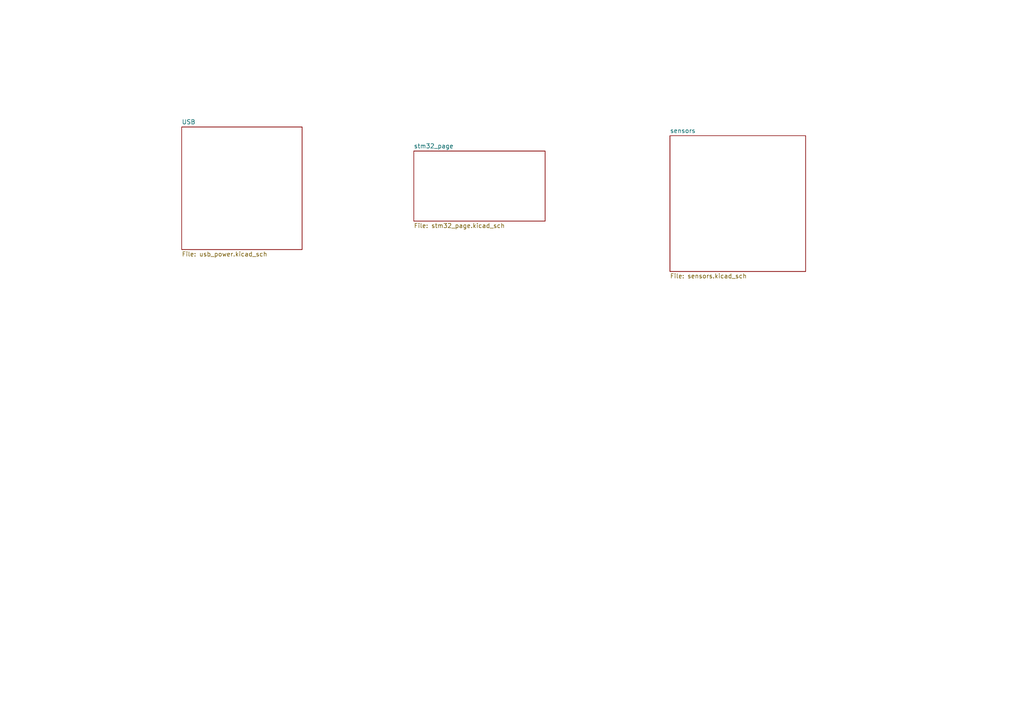
<source format=kicad_sch>
(kicad_sch
	(version 20250114)
	(generator "eeschema")
	(generator_version "9.0")
	(uuid "6657db5f-e034-448d-bae3-f44b9f033a3a")
	(paper "A4")
	(lib_symbols)
	(sheet
		(at 194.31 39.37)
		(size 39.37 39.37)
		(exclude_from_sim no)
		(in_bom yes)
		(on_board yes)
		(dnp no)
		(fields_autoplaced yes)
		(stroke
			(width 0.1524)
			(type solid)
		)
		(fill
			(color 0 0 0 0.0000)
		)
		(uuid "11458ec3-e8ed-4a92-914f-257f2d6c1b04")
		(property "Sheetname" "sensors"
			(at 194.31 38.6584 0)
			(effects
				(font
					(size 1.27 1.27)
				)
				(justify left bottom)
			)
		)
		(property "Sheetfile" "sensors.kicad_sch"
			(at 194.31 79.3246 0)
			(effects
				(font
					(size 1.27 1.27)
				)
				(justify left top)
			)
		)
		(instances
			(project "stm32"
				(path "/6657db5f-e034-448d-bae3-f44b9f033a3a"
					(page "4")
				)
			)
		)
	)
	(sheet
		(at 52.705 36.83)
		(size 34.925 35.56)
		(exclude_from_sim no)
		(in_bom yes)
		(on_board yes)
		(dnp no)
		(fields_autoplaced yes)
		(stroke
			(width 0.1524)
			(type solid)
		)
		(fill
			(color 0 0 0 0.0000)
		)
		(uuid "6f1f01ea-fc88-494c-8e17-b18350ce0e3a")
		(property "Sheetname" "USB"
			(at 52.705 36.1184 0)
			(effects
				(font
					(size 1.27 1.27)
				)
				(justify left bottom)
			)
		)
		(property "Sheetfile" "usb_power.kicad_sch"
			(at 52.705 72.9746 0)
			(effects
				(font
					(size 1.27 1.27)
				)
				(justify left top)
			)
		)
		(instances
			(project "stm32"
				(path "/6657db5f-e034-448d-bae3-f44b9f033a3a"
					(page "2")
				)
			)
		)
	)
	(sheet
		(at 120.015 43.815)
		(size 38.1 20.32)
		(exclude_from_sim no)
		(in_bom yes)
		(on_board yes)
		(dnp no)
		(fields_autoplaced yes)
		(stroke
			(width 0.1524)
			(type solid)
		)
		(fill
			(color 0 0 0 0.0000)
		)
		(uuid "8c3def2f-5472-4ea2-874f-344fbccc06d4")
		(property "Sheetname" "stm32_page"
			(at 120.015 43.1034 0)
			(effects
				(font
					(size 1.27 1.27)
				)
				(justify left bottom)
			)
		)
		(property "Sheetfile" "stm32_page.kicad_sch"
			(at 120.015 64.7196 0)
			(effects
				(font
					(size 1.27 1.27)
				)
				(justify left top)
			)
		)
		(instances
			(project "stm32"
				(path "/6657db5f-e034-448d-bae3-f44b9f033a3a"
					(page "3")
				)
			)
		)
	)
	(sheet_instances
		(path "/"
			(page "1")
		)
	)
	(embedded_fonts no)
)

</source>
